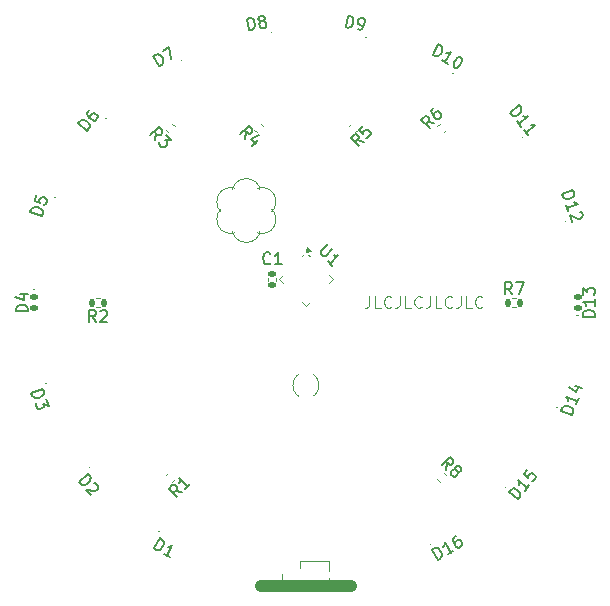
<source format=gto>
%TF.GenerationSoftware,KiCad,Pcbnew,8.0.8*%
%TF.CreationDate,2025-02-15T12:27:40-06:00*%
%TF.ProjectId,reverse,72657665-7273-4652-9e6b-696361645f70,rev?*%
%TF.SameCoordinates,Original*%
%TF.FileFunction,Legend,Top*%
%TF.FilePolarity,Positive*%
%FSLAX46Y46*%
G04 Gerber Fmt 4.6, Leading zero omitted, Abs format (unit mm)*
G04 Created by KiCad (PCBNEW 8.0.8) date 2025-02-15 12:27:40*
%MOMM*%
%LPD*%
G01*
G04 APERTURE LIST*
G04 Aperture macros list*
%AMRoundRect*
0 Rectangle with rounded corners*
0 $1 Rounding radius*
0 $2 $3 $4 $5 $6 $7 $8 $9 X,Y pos of 4 corners*
0 Add a 4 corners polygon primitive as box body*
4,1,4,$2,$3,$4,$5,$6,$7,$8,$9,$2,$3,0*
0 Add four circle primitives for the rounded corners*
1,1,$1+$1,$2,$3*
1,1,$1+$1,$4,$5*
1,1,$1+$1,$6,$7*
1,1,$1+$1,$8,$9*
0 Add four rect primitives between the rounded corners*
20,1,$1+$1,$2,$3,$4,$5,0*
20,1,$1+$1,$4,$5,$6,$7,0*
20,1,$1+$1,$6,$7,$8,$9,0*
20,1,$1+$1,$8,$9,$2,$3,0*%
%AMRotRect*
0 Rectangle, with rotation*
0 The origin of the aperture is its center*
0 $1 length*
0 $2 width*
0 $3 Rotation angle, in degrees counterclockwise*
0 Add horizontal line*
21,1,$1,$2,0,0,$3*%
G04 Aperture macros list end*
%ADD10C,0.100000*%
%ADD11C,0.150000*%
%ADD12C,1.000000*%
%ADD13C,0.120000*%
%ADD14C,2.000000*%
%ADD15RoundRect,0.135000X-0.226274X-0.035355X-0.035355X-0.226274X0.226274X0.035355X0.035355X0.226274X0*%
%ADD16RoundRect,0.135000X0.035355X-0.226274X0.226274X-0.035355X-0.035355X0.226274X-0.226274X0.035355X0*%
%ADD17RoundRect,0.147500X-0.226954X0.002111X-0.037331X-0.223872X0.226954X-0.002111X0.037331X0.223872X0*%
%ADD18R,1.000000X1.000000*%
%ADD19O,1.000000X1.000000*%
%ADD20RoundRect,0.135000X-0.135000X-0.185000X0.135000X-0.185000X0.135000X0.185000X-0.135000X0.185000X0*%
%ADD21RoundRect,0.147500X0.041489X0.223139X-0.213989X0.075639X-0.041489X-0.223139X0.213989X-0.075639X0*%
%ADD22RoundRect,0.147500X0.212545X-0.079606X0.111649X0.197603X-0.212545X0.079606X-0.111649X-0.197603X0*%
%ADD23RoundRect,0.147500X-0.037331X0.223872X-0.226954X-0.002111X0.037331X-0.223872X0.226954X0.002111X0*%
%ADD24RoundRect,0.147500X-0.213989X-0.075639X0.041489X-0.223139X0.213989X0.075639X-0.041489X0.223139X0*%
%ADD25RoundRect,0.050000X-0.300520X0.229810X0.229810X-0.300520X0.300520X-0.229810X-0.229810X0.300520X0*%
%ADD26RoundRect,0.050000X-0.300520X-0.229810X-0.229810X-0.300520X0.300520X0.229810X0.229810X0.300520X0*%
%ADD27RotRect,1.650000X1.650000X315.000000*%
%ADD28RoundRect,0.135000X0.135000X0.185000X-0.135000X0.185000X-0.135000X-0.185000X0.135000X-0.185000X0*%
%ADD29RoundRect,0.147500X-0.172500X0.147500X-0.172500X-0.147500X0.172500X-0.147500X0.172500X0.147500X0*%
%ADD30RoundRect,0.147500X0.115305X0.195492X-0.175213X0.144266X-0.115305X-0.195492X0.175213X-0.144266X0*%
%ADD31RoundRect,0.140000X0.170000X-0.140000X0.170000X0.140000X-0.170000X0.140000X-0.170000X-0.140000X0*%
%ADD32RoundRect,0.147500X0.037331X-0.223872X0.226954X0.002111X-0.037331X0.223872X-0.226954X-0.002111X0*%
%ADD33C,1.600000*%
%ADD34RoundRect,0.147500X-0.212545X0.079606X-0.111649X-0.197603X0.212545X-0.079606X0.111649X0.197603X0*%
%ADD35RoundRect,0.135000X0.226274X0.035355X0.035355X0.226274X-0.226274X-0.035355X-0.035355X-0.226274X0*%
%ADD36RoundRect,0.147500X-0.041489X-0.223139X0.213989X-0.075639X0.041489X0.223139X-0.213989X0.075639X0*%
%ADD37RoundRect,0.147500X0.213989X0.075639X-0.041489X0.223139X-0.213989X-0.075639X0.041489X-0.223139X0*%
%ADD38RoundRect,0.147500X0.172500X-0.147500X0.172500X0.147500X-0.172500X0.147500X-0.172500X-0.147500X0*%
%ADD39RoundRect,0.135000X-0.035355X0.226274X-0.226274X0.035355X0.035355X-0.226274X0.226274X-0.035355X0*%
%ADD40C,10.000000*%
%ADD41RoundRect,0.147500X-0.111649X0.197603X-0.212545X-0.079606X0.111649X-0.197603X0.212545X0.079606X0*%
%ADD42O,1.200000X4.200000*%
%ADD43C,4.000000*%
%ADD44RoundRect,0.147500X0.175213X0.144266X-0.115305X0.195492X-0.175213X-0.144266X0.115305X-0.195492X0*%
%ADD45RoundRect,0.147500X0.111649X-0.197603X0.212545X0.079606X-0.111649X0.197603X-0.212545X-0.079606X0*%
%ADD46RoundRect,0.147500X0.226954X-0.002111X0.037331X0.223872X-0.226954X0.002111X-0.037331X-0.223872X0*%
G04 APERTURE END LIST*
D10*
X55380951Y-99457419D02*
X55380951Y-100171704D01*
X55380951Y-100171704D02*
X55333332Y-100314561D01*
X55333332Y-100314561D02*
X55238094Y-100409800D01*
X55238094Y-100409800D02*
X55095237Y-100457419D01*
X55095237Y-100457419D02*
X54999999Y-100457419D01*
X56333332Y-100457419D02*
X55857142Y-100457419D01*
X55857142Y-100457419D02*
X55857142Y-99457419D01*
X57238094Y-100362180D02*
X57190475Y-100409800D01*
X57190475Y-100409800D02*
X57047618Y-100457419D01*
X57047618Y-100457419D02*
X56952380Y-100457419D01*
X56952380Y-100457419D02*
X56809523Y-100409800D01*
X56809523Y-100409800D02*
X56714285Y-100314561D01*
X56714285Y-100314561D02*
X56666666Y-100219323D01*
X56666666Y-100219323D02*
X56619047Y-100028847D01*
X56619047Y-100028847D02*
X56619047Y-99885990D01*
X56619047Y-99885990D02*
X56666666Y-99695514D01*
X56666666Y-99695514D02*
X56714285Y-99600276D01*
X56714285Y-99600276D02*
X56809523Y-99505038D01*
X56809523Y-99505038D02*
X56952380Y-99457419D01*
X56952380Y-99457419D02*
X57047618Y-99457419D01*
X57047618Y-99457419D02*
X57190475Y-99505038D01*
X57190475Y-99505038D02*
X57238094Y-99552657D01*
X57952380Y-99457419D02*
X57952380Y-100171704D01*
X57952380Y-100171704D02*
X57904761Y-100314561D01*
X57904761Y-100314561D02*
X57809523Y-100409800D01*
X57809523Y-100409800D02*
X57666666Y-100457419D01*
X57666666Y-100457419D02*
X57571428Y-100457419D01*
X58904761Y-100457419D02*
X58428571Y-100457419D01*
X58428571Y-100457419D02*
X58428571Y-99457419D01*
X59809523Y-100362180D02*
X59761904Y-100409800D01*
X59761904Y-100409800D02*
X59619047Y-100457419D01*
X59619047Y-100457419D02*
X59523809Y-100457419D01*
X59523809Y-100457419D02*
X59380952Y-100409800D01*
X59380952Y-100409800D02*
X59285714Y-100314561D01*
X59285714Y-100314561D02*
X59238095Y-100219323D01*
X59238095Y-100219323D02*
X59190476Y-100028847D01*
X59190476Y-100028847D02*
X59190476Y-99885990D01*
X59190476Y-99885990D02*
X59238095Y-99695514D01*
X59238095Y-99695514D02*
X59285714Y-99600276D01*
X59285714Y-99600276D02*
X59380952Y-99505038D01*
X59380952Y-99505038D02*
X59523809Y-99457419D01*
X59523809Y-99457419D02*
X59619047Y-99457419D01*
X59619047Y-99457419D02*
X59761904Y-99505038D01*
X59761904Y-99505038D02*
X59809523Y-99552657D01*
X60523809Y-99457419D02*
X60523809Y-100171704D01*
X60523809Y-100171704D02*
X60476190Y-100314561D01*
X60476190Y-100314561D02*
X60380952Y-100409800D01*
X60380952Y-100409800D02*
X60238095Y-100457419D01*
X60238095Y-100457419D02*
X60142857Y-100457419D01*
X61476190Y-100457419D02*
X61000000Y-100457419D01*
X61000000Y-100457419D02*
X61000000Y-99457419D01*
X62380952Y-100362180D02*
X62333333Y-100409800D01*
X62333333Y-100409800D02*
X62190476Y-100457419D01*
X62190476Y-100457419D02*
X62095238Y-100457419D01*
X62095238Y-100457419D02*
X61952381Y-100409800D01*
X61952381Y-100409800D02*
X61857143Y-100314561D01*
X61857143Y-100314561D02*
X61809524Y-100219323D01*
X61809524Y-100219323D02*
X61761905Y-100028847D01*
X61761905Y-100028847D02*
X61761905Y-99885990D01*
X61761905Y-99885990D02*
X61809524Y-99695514D01*
X61809524Y-99695514D02*
X61857143Y-99600276D01*
X61857143Y-99600276D02*
X61952381Y-99505038D01*
X61952381Y-99505038D02*
X62095238Y-99457419D01*
X62095238Y-99457419D02*
X62190476Y-99457419D01*
X62190476Y-99457419D02*
X62333333Y-99505038D01*
X62333333Y-99505038D02*
X62380952Y-99552657D01*
X63095238Y-99457419D02*
X63095238Y-100171704D01*
X63095238Y-100171704D02*
X63047619Y-100314561D01*
X63047619Y-100314561D02*
X62952381Y-100409800D01*
X62952381Y-100409800D02*
X62809524Y-100457419D01*
X62809524Y-100457419D02*
X62714286Y-100457419D01*
X64047619Y-100457419D02*
X63571429Y-100457419D01*
X63571429Y-100457419D02*
X63571429Y-99457419D01*
X64952381Y-100362180D02*
X64904762Y-100409800D01*
X64904762Y-100409800D02*
X64761905Y-100457419D01*
X64761905Y-100457419D02*
X64666667Y-100457419D01*
X64666667Y-100457419D02*
X64523810Y-100409800D01*
X64523810Y-100409800D02*
X64428572Y-100314561D01*
X64428572Y-100314561D02*
X64380953Y-100219323D01*
X64380953Y-100219323D02*
X64333334Y-100028847D01*
X64333334Y-100028847D02*
X64333334Y-99885990D01*
X64333334Y-99885990D02*
X64380953Y-99695514D01*
X64380953Y-99695514D02*
X64428572Y-99600276D01*
X64428572Y-99600276D02*
X64523810Y-99505038D01*
X64523810Y-99505038D02*
X64666667Y-99457419D01*
X64666667Y-99457419D02*
X64761905Y-99457419D01*
X64761905Y-99457419D02*
X64904762Y-99505038D01*
X64904762Y-99505038D02*
X64952381Y-99552657D01*
D11*
X61887858Y-114160554D02*
X61988873Y-113588135D01*
X61483797Y-113756493D02*
X62190904Y-113049387D01*
X62190904Y-113049387D02*
X62460278Y-113318761D01*
X62460278Y-113318761D02*
X62493950Y-113419776D01*
X62493950Y-113419776D02*
X62493950Y-113487119D01*
X62493950Y-113487119D02*
X62460278Y-113588135D01*
X62460278Y-113588135D02*
X62359263Y-113689150D01*
X62359263Y-113689150D02*
X62258247Y-113722822D01*
X62258247Y-113722822D02*
X62190904Y-113722822D01*
X62190904Y-113722822D02*
X62089889Y-113689150D01*
X62089889Y-113689150D02*
X61820515Y-113419776D01*
X62695980Y-114160554D02*
X62662308Y-114059539D01*
X62662308Y-114059539D02*
X62662308Y-113992196D01*
X62662308Y-113992196D02*
X62695980Y-113891180D01*
X62695980Y-113891180D02*
X62729652Y-113857509D01*
X62729652Y-113857509D02*
X62830667Y-113823837D01*
X62830667Y-113823837D02*
X62898011Y-113823837D01*
X62898011Y-113823837D02*
X62999026Y-113857509D01*
X62999026Y-113857509D02*
X63133713Y-113992196D01*
X63133713Y-113992196D02*
X63167385Y-114093211D01*
X63167385Y-114093211D02*
X63167385Y-114160554D01*
X63167385Y-114160554D02*
X63133713Y-114261570D01*
X63133713Y-114261570D02*
X63100041Y-114295241D01*
X63100041Y-114295241D02*
X62999026Y-114328913D01*
X62999026Y-114328913D02*
X62931682Y-114328913D01*
X62931682Y-114328913D02*
X62830667Y-114295241D01*
X62830667Y-114295241D02*
X62695980Y-114160554D01*
X62695980Y-114160554D02*
X62594965Y-114126883D01*
X62594965Y-114126883D02*
X62527621Y-114126883D01*
X62527621Y-114126883D02*
X62426606Y-114160554D01*
X62426606Y-114160554D02*
X62291919Y-114295241D01*
X62291919Y-114295241D02*
X62258247Y-114396257D01*
X62258247Y-114396257D02*
X62258247Y-114463600D01*
X62258247Y-114463600D02*
X62291919Y-114564615D01*
X62291919Y-114564615D02*
X62426606Y-114699302D01*
X62426606Y-114699302D02*
X62527621Y-114732974D01*
X62527621Y-114732974D02*
X62594965Y-114732974D01*
X62594965Y-114732974D02*
X62695980Y-114699302D01*
X62695980Y-114699302D02*
X62830667Y-114564615D01*
X62830667Y-114564615D02*
X62864339Y-114463600D01*
X62864339Y-114463600D02*
X62864339Y-114396257D01*
X62864339Y-114396257D02*
X62830667Y-114295241D01*
X60876439Y-84828025D02*
X60304020Y-84727010D01*
X60472378Y-85232086D02*
X59765272Y-84524979D01*
X59765272Y-84524979D02*
X60034646Y-84255605D01*
X60034646Y-84255605D02*
X60135661Y-84221933D01*
X60135661Y-84221933D02*
X60203004Y-84221933D01*
X60203004Y-84221933D02*
X60304020Y-84255605D01*
X60304020Y-84255605D02*
X60405035Y-84356620D01*
X60405035Y-84356620D02*
X60438707Y-84457636D01*
X60438707Y-84457636D02*
X60438707Y-84524979D01*
X60438707Y-84524979D02*
X60405035Y-84625994D01*
X60405035Y-84625994D02*
X60135661Y-84895368D01*
X60775424Y-83514827D02*
X60640737Y-83649514D01*
X60640737Y-83649514D02*
X60607065Y-83750529D01*
X60607065Y-83750529D02*
X60607065Y-83817872D01*
X60607065Y-83817872D02*
X60640737Y-83986231D01*
X60640737Y-83986231D02*
X60741752Y-84154590D01*
X60741752Y-84154590D02*
X61011126Y-84423964D01*
X61011126Y-84423964D02*
X61112142Y-84457636D01*
X61112142Y-84457636D02*
X61179485Y-84457636D01*
X61179485Y-84457636D02*
X61280500Y-84423964D01*
X61280500Y-84423964D02*
X61415187Y-84289277D01*
X61415187Y-84289277D02*
X61448859Y-84188262D01*
X61448859Y-84188262D02*
X61448859Y-84120918D01*
X61448859Y-84120918D02*
X61415187Y-84019903D01*
X61415187Y-84019903D02*
X61246829Y-83851544D01*
X61246829Y-83851544D02*
X61145813Y-83817872D01*
X61145813Y-83817872D02*
X61078470Y-83817872D01*
X61078470Y-83817872D02*
X60977455Y-83851544D01*
X60977455Y-83851544D02*
X60842768Y-83986231D01*
X60842768Y-83986231D02*
X60809096Y-84087246D01*
X60809096Y-84087246D02*
X60809096Y-84154590D01*
X60809096Y-84154590D02*
X60842768Y-84255605D01*
X30792083Y-115153841D02*
X31558127Y-114511054D01*
X31558127Y-114511054D02*
X31711172Y-114693445D01*
X31711172Y-114693445D02*
X31766520Y-114833489D01*
X31766520Y-114833489D02*
X31754782Y-114967663D01*
X31754782Y-114967663D02*
X31712434Y-115065360D01*
X31712434Y-115065360D02*
X31597130Y-115224274D01*
X31597130Y-115224274D02*
X31487695Y-115316100D01*
X31487695Y-115316100D02*
X31311173Y-115402058D01*
X31311173Y-115402058D02*
X31207607Y-115426797D01*
X31207607Y-115426797D02*
X31073433Y-115415059D01*
X31073433Y-115415059D02*
X30945127Y-115336233D01*
X30945127Y-115336233D02*
X30792083Y-115153841D01*
X32097349Y-115301838D02*
X32164436Y-115307707D01*
X32164436Y-115307707D02*
X32262133Y-115350055D01*
X32262133Y-115350055D02*
X32415177Y-115532446D01*
X32415177Y-115532446D02*
X32439917Y-115636012D01*
X32439917Y-115636012D02*
X32434048Y-115703099D01*
X32434048Y-115703099D02*
X32391700Y-115800795D01*
X32391700Y-115800795D02*
X32318743Y-115862013D01*
X32318743Y-115862013D02*
X32178699Y-115917361D01*
X32178699Y-115917361D02*
X31373652Y-115846929D01*
X31373652Y-115846929D02*
X31771569Y-116321147D01*
X67452356Y-99284819D02*
X67119023Y-98808628D01*
X66880928Y-99284819D02*
X66880928Y-98284819D01*
X66880928Y-98284819D02*
X67261880Y-98284819D01*
X67261880Y-98284819D02*
X67357118Y-98332438D01*
X67357118Y-98332438D02*
X67404737Y-98380057D01*
X67404737Y-98380057D02*
X67452356Y-98475295D01*
X67452356Y-98475295D02*
X67452356Y-98618152D01*
X67452356Y-98618152D02*
X67404737Y-98713390D01*
X67404737Y-98713390D02*
X67357118Y-98761009D01*
X67357118Y-98761009D02*
X67261880Y-98808628D01*
X67261880Y-98808628D02*
X66880928Y-98808628D01*
X67785690Y-98284819D02*
X68452356Y-98284819D01*
X68452356Y-98284819D02*
X68023785Y-99284819D01*
X37588199Y-79978322D02*
X37088199Y-79112296D01*
X37088199Y-79112296D02*
X37294396Y-78993249D01*
X37294396Y-78993249D02*
X37441923Y-78963059D01*
X37441923Y-78963059D02*
X37572021Y-78997919D01*
X37572021Y-78997919D02*
X37660879Y-79056588D01*
X37660879Y-79056588D02*
X37797357Y-79197736D01*
X37797357Y-79197736D02*
X37868785Y-79321454D01*
X37868785Y-79321454D02*
X37922784Y-79510220D01*
X37922784Y-79510220D02*
X37929164Y-79616509D01*
X37929164Y-79616509D02*
X37894304Y-79746606D01*
X37894304Y-79746606D02*
X37794396Y-79859274D01*
X37794396Y-79859274D02*
X37588199Y-79978322D01*
X37871746Y-78659915D02*
X38449096Y-78326582D01*
X38449096Y-78326582D02*
X38577943Y-79406893D01*
X71709922Y-90806017D02*
X72649615Y-90463997D01*
X72649615Y-90463997D02*
X72731048Y-90687734D01*
X72731048Y-90687734D02*
X72735161Y-90838262D01*
X72735161Y-90838262D02*
X72678240Y-90960330D01*
X72678240Y-90960330D02*
X72605032Y-91037651D01*
X72605032Y-91037651D02*
X72442330Y-91147545D01*
X72442330Y-91147545D02*
X72308088Y-91196405D01*
X72308088Y-91196405D02*
X72112812Y-91216804D01*
X72112812Y-91216804D02*
X72007031Y-91204630D01*
X72007031Y-91204630D02*
X71884963Y-91147709D01*
X71884963Y-91147709D02*
X71791356Y-91029754D01*
X71791356Y-91029754D02*
X71709922Y-90806017D01*
X72231096Y-92237930D02*
X72035656Y-91700963D01*
X72133376Y-91969446D02*
X73073068Y-91627426D01*
X73073068Y-91627426D02*
X72906253Y-91586792D01*
X72906253Y-91586792D02*
X72784185Y-91529871D01*
X72784185Y-91529871D02*
X72706865Y-91456663D01*
X73211587Y-92286461D02*
X73272621Y-92314922D01*
X73272621Y-92314922D02*
X73349942Y-92388130D01*
X73349942Y-92388130D02*
X73431375Y-92611866D01*
X73431375Y-92611866D02*
X73419201Y-92717647D01*
X73419201Y-92717647D02*
X73390741Y-92778681D01*
X73390741Y-92778681D02*
X73317533Y-92856002D01*
X73317533Y-92856002D02*
X73228038Y-92888575D01*
X73228038Y-92888575D02*
X73077510Y-92892688D01*
X73077510Y-92892688D02*
X72345102Y-92551161D01*
X72345102Y-92551161D02*
X72556829Y-93132875D01*
X31488906Y-85430861D02*
X30722861Y-84788073D01*
X30722861Y-84788073D02*
X30875906Y-84605682D01*
X30875906Y-84605682D02*
X31004211Y-84526856D01*
X31004211Y-84526856D02*
X31138386Y-84515117D01*
X31138386Y-84515117D02*
X31241951Y-84539857D01*
X31241951Y-84539857D02*
X31418473Y-84625814D01*
X31418473Y-84625814D02*
X31527908Y-84717641D01*
X31527908Y-84717641D02*
X31643213Y-84876555D01*
X31643213Y-84876555D02*
X31685560Y-84974251D01*
X31685560Y-84974251D02*
X31697299Y-85108426D01*
X31697299Y-85108426D02*
X31641951Y-85248469D01*
X31641951Y-85248469D02*
X31488906Y-85430861D01*
X31641130Y-83693724D02*
X31518694Y-83839637D01*
X31518694Y-83839637D02*
X31493954Y-83943203D01*
X31493954Y-83943203D02*
X31499824Y-84010290D01*
X31499824Y-84010290D02*
X31548041Y-84175074D01*
X31548041Y-84175074D02*
X31663345Y-84333988D01*
X31663345Y-84333988D02*
X31955171Y-84578859D01*
X31955171Y-84578859D02*
X32058737Y-84603599D01*
X32058737Y-84603599D02*
X32125824Y-84597729D01*
X32125824Y-84597729D02*
X32223520Y-84555382D01*
X32223520Y-84555382D02*
X32345956Y-84409468D01*
X32345956Y-84409468D02*
X32370696Y-84305903D01*
X32370696Y-84305903D02*
X32364826Y-84238816D01*
X32364826Y-84238816D02*
X32322479Y-84141119D01*
X32322479Y-84141119D02*
X32140087Y-83988075D01*
X32140087Y-83988075D02*
X32036522Y-83963335D01*
X32036522Y-83963335D02*
X31969434Y-83969205D01*
X31969434Y-83969205D02*
X31871738Y-84011552D01*
X31871738Y-84011552D02*
X31749302Y-84157465D01*
X31749302Y-84157465D02*
X31724563Y-84261031D01*
X31724563Y-84261031D02*
X31730432Y-84328118D01*
X31730432Y-84328118D02*
X31772780Y-84425814D01*
X37133381Y-120809446D02*
X37633381Y-119943421D01*
X37633381Y-119943421D02*
X37839578Y-120062468D01*
X37839578Y-120062468D02*
X37939486Y-120175136D01*
X37939486Y-120175136D02*
X37974346Y-120305234D01*
X37974346Y-120305234D02*
X37967966Y-120411522D01*
X37967966Y-120411522D02*
X37913967Y-120600289D01*
X37913967Y-120600289D02*
X37842539Y-120724007D01*
X37842539Y-120724007D02*
X37706061Y-120865154D01*
X37706061Y-120865154D02*
X37617203Y-120923823D01*
X37617203Y-120923823D02*
X37487105Y-120958683D01*
X37487105Y-120958683D02*
X37339578Y-120928494D01*
X37339578Y-120928494D02*
X37133381Y-120809446D01*
X38453039Y-121571351D02*
X37958167Y-121285636D01*
X38205603Y-121428494D02*
X38705603Y-120562468D01*
X38705603Y-120562468D02*
X38551696Y-120638567D01*
X38551696Y-120638567D02*
X38421598Y-120673427D01*
X38421598Y-120673427D02*
X38315310Y-120667047D01*
X51847865Y-95074638D02*
X51275445Y-95647058D01*
X51275445Y-95647058D02*
X51241773Y-95748073D01*
X51241773Y-95748073D02*
X51241773Y-95815417D01*
X51241773Y-95815417D02*
X51275445Y-95916432D01*
X51275445Y-95916432D02*
X51410132Y-96051119D01*
X51410132Y-96051119D02*
X51511147Y-96084791D01*
X51511147Y-96084791D02*
X51578491Y-96084791D01*
X51578491Y-96084791D02*
X51679506Y-96051119D01*
X51679506Y-96051119D02*
X52251926Y-95478699D01*
X52251926Y-96892913D02*
X51847865Y-96488852D01*
X52049895Y-96690882D02*
X52757002Y-95983776D01*
X52757002Y-95983776D02*
X52588643Y-96017447D01*
X52588643Y-96017447D02*
X52453956Y-96017447D01*
X52453956Y-96017447D02*
X52352941Y-95983776D01*
X32214310Y-101624819D02*
X31880977Y-101148628D01*
X31642882Y-101624819D02*
X31642882Y-100624819D01*
X31642882Y-100624819D02*
X32023834Y-100624819D01*
X32023834Y-100624819D02*
X32119072Y-100672438D01*
X32119072Y-100672438D02*
X32166691Y-100720057D01*
X32166691Y-100720057D02*
X32214310Y-100815295D01*
X32214310Y-100815295D02*
X32214310Y-100958152D01*
X32214310Y-100958152D02*
X32166691Y-101053390D01*
X32166691Y-101053390D02*
X32119072Y-101101009D01*
X32119072Y-101101009D02*
X32023834Y-101148628D01*
X32023834Y-101148628D02*
X31642882Y-101148628D01*
X32595263Y-100720057D02*
X32642882Y-100672438D01*
X32642882Y-100672438D02*
X32738120Y-100624819D01*
X32738120Y-100624819D02*
X32976215Y-100624819D01*
X32976215Y-100624819D02*
X33071453Y-100672438D01*
X33071453Y-100672438D02*
X33119072Y-100720057D01*
X33119072Y-100720057D02*
X33166691Y-100815295D01*
X33166691Y-100815295D02*
X33166691Y-100910533D01*
X33166691Y-100910533D02*
X33119072Y-101053390D01*
X33119072Y-101053390D02*
X32547644Y-101624819D01*
X32547644Y-101624819D02*
X33166691Y-101624819D01*
X26454819Y-100738094D02*
X25454819Y-100738094D01*
X25454819Y-100738094D02*
X25454819Y-100499999D01*
X25454819Y-100499999D02*
X25502438Y-100357142D01*
X25502438Y-100357142D02*
X25597676Y-100261904D01*
X25597676Y-100261904D02*
X25692914Y-100214285D01*
X25692914Y-100214285D02*
X25883390Y-100166666D01*
X25883390Y-100166666D02*
X26026247Y-100166666D01*
X26026247Y-100166666D02*
X26216723Y-100214285D01*
X26216723Y-100214285D02*
X26311961Y-100261904D01*
X26311961Y-100261904D02*
X26407200Y-100357142D01*
X26407200Y-100357142D02*
X26454819Y-100499999D01*
X26454819Y-100499999D02*
X26454819Y-100738094D01*
X25788152Y-99309523D02*
X26454819Y-99309523D01*
X25407200Y-99547618D02*
X26121485Y-99785713D01*
X26121485Y-99785713D02*
X26121485Y-99166666D01*
X45184540Y-76940691D02*
X45010891Y-75955883D01*
X45010891Y-75955883D02*
X45245369Y-75914538D01*
X45245369Y-75914538D02*
X45394325Y-75936627D01*
X45394325Y-75936627D02*
X45504654Y-76013880D01*
X45504654Y-76013880D02*
X45568088Y-76099402D01*
X45568088Y-76099402D02*
X45648059Y-76278716D01*
X45648059Y-76278716D02*
X45672866Y-76419403D01*
X45672866Y-76419403D02*
X45659046Y-76615254D01*
X45659046Y-76615254D02*
X45628689Y-76717314D01*
X45628689Y-76717314D02*
X45551435Y-76827643D01*
X45551435Y-76827643D02*
X45419018Y-76899346D01*
X45419018Y-76899346D02*
X45184540Y-76940691D01*
X46210807Y-76179488D02*
X46108746Y-76149131D01*
X46108746Y-76149131D02*
X46053582Y-76110504D01*
X46053582Y-76110504D02*
X45990148Y-76024982D01*
X45990148Y-76024982D02*
X45981879Y-75978086D01*
X45981879Y-75978086D02*
X46012237Y-75876026D01*
X46012237Y-75876026D02*
X46050864Y-75820861D01*
X46050864Y-75820861D02*
X46136386Y-75757428D01*
X46136386Y-75757428D02*
X46323968Y-75724352D01*
X46323968Y-75724352D02*
X46426029Y-75754710D01*
X46426029Y-75754710D02*
X46481193Y-75793336D01*
X46481193Y-75793336D02*
X46544627Y-75878859D01*
X46544627Y-75878859D02*
X46552896Y-75925754D01*
X46552896Y-75925754D02*
X46522538Y-76027814D01*
X46522538Y-76027814D02*
X46483911Y-76082979D01*
X46483911Y-76082979D02*
X46398389Y-76146412D01*
X46398389Y-76146412D02*
X46210807Y-76179488D01*
X46210807Y-76179488D02*
X46125284Y-76242922D01*
X46125284Y-76242922D02*
X46086658Y-76298086D01*
X46086658Y-76298086D02*
X46056300Y-76400147D01*
X46056300Y-76400147D02*
X46089376Y-76587729D01*
X46089376Y-76587729D02*
X46152809Y-76673251D01*
X46152809Y-76673251D02*
X46207974Y-76711878D01*
X46207974Y-76711878D02*
X46310034Y-76742236D01*
X46310034Y-76742236D02*
X46497617Y-76709160D01*
X46497617Y-76709160D02*
X46583139Y-76645726D01*
X46583139Y-76645726D02*
X46621765Y-76590562D01*
X46621765Y-76590562D02*
X46652123Y-76488501D01*
X46652123Y-76488501D02*
X46619047Y-76300919D01*
X46619047Y-76300919D02*
X46555614Y-76215397D01*
X46555614Y-76215397D02*
X46500449Y-76176770D01*
X46500449Y-76176770D02*
X46398389Y-76146412D01*
X46983333Y-96659580D02*
X46935714Y-96707200D01*
X46935714Y-96707200D02*
X46792857Y-96754819D01*
X46792857Y-96754819D02*
X46697619Y-96754819D01*
X46697619Y-96754819D02*
X46554762Y-96707200D01*
X46554762Y-96707200D02*
X46459524Y-96611961D01*
X46459524Y-96611961D02*
X46411905Y-96516723D01*
X46411905Y-96516723D02*
X46364286Y-96326247D01*
X46364286Y-96326247D02*
X46364286Y-96183390D01*
X46364286Y-96183390D02*
X46411905Y-95992914D01*
X46411905Y-95992914D02*
X46459524Y-95897676D01*
X46459524Y-95897676D02*
X46554762Y-95802438D01*
X46554762Y-95802438D02*
X46697619Y-95754819D01*
X46697619Y-95754819D02*
X46792857Y-95754819D01*
X46792857Y-95754819D02*
X46935714Y-95802438D01*
X46935714Y-95802438D02*
X46983333Y-95850057D01*
X47935714Y-96754819D02*
X47364286Y-96754819D01*
X47650000Y-96754819D02*
X47650000Y-95754819D01*
X47650000Y-95754819D02*
X47554762Y-95897676D01*
X47554762Y-95897676D02*
X47459524Y-95992914D01*
X47459524Y-95992914D02*
X47364286Y-96040533D01*
X67952949Y-116649451D02*
X67186905Y-116006664D01*
X67186905Y-116006664D02*
X67339949Y-115824272D01*
X67339949Y-115824272D02*
X67468255Y-115745446D01*
X67468255Y-115745446D02*
X67602429Y-115733708D01*
X67602429Y-115733708D02*
X67705995Y-115758447D01*
X67705995Y-115758447D02*
X67882517Y-115844405D01*
X67882517Y-115844405D02*
X67991952Y-115936231D01*
X67991952Y-115936231D02*
X68107256Y-116095145D01*
X68107256Y-116095145D02*
X68149604Y-116192842D01*
X68149604Y-116192842D02*
X68161342Y-116327016D01*
X68161342Y-116327016D02*
X68105994Y-116467060D01*
X68105994Y-116467060D02*
X67952949Y-116649451D01*
X68932435Y-115482146D02*
X68565128Y-115919885D01*
X68748782Y-115701015D02*
X67982737Y-115058228D01*
X67982737Y-115058228D02*
X68030954Y-115223011D01*
X68030954Y-115223011D02*
X68042693Y-115357186D01*
X68042693Y-115357186D02*
X68017953Y-115460751D01*
X68747960Y-114146270D02*
X68441871Y-114511053D01*
X68441871Y-114511053D02*
X68776045Y-114853621D01*
X68776045Y-114853621D02*
X68770176Y-114786534D01*
X68770176Y-114786534D02*
X68794915Y-114682968D01*
X68794915Y-114682968D02*
X68947960Y-114500577D01*
X68947960Y-114500577D02*
X69045656Y-114458229D01*
X69045656Y-114458229D02*
X69112744Y-114452359D01*
X69112744Y-114452359D02*
X69216309Y-114477099D01*
X69216309Y-114477099D02*
X69398701Y-114630144D01*
X69398701Y-114630144D02*
X69441048Y-114727840D01*
X69441048Y-114727840D02*
X69446918Y-114794927D01*
X69446918Y-114794927D02*
X69422178Y-114898493D01*
X69422178Y-114898493D02*
X69269133Y-115080884D01*
X69269133Y-115080884D02*
X69171437Y-115123232D01*
X69171437Y-115123232D02*
X69104350Y-115129101D01*
X26767542Y-107670458D02*
X27707235Y-107328437D01*
X27707235Y-107328437D02*
X27788668Y-107552174D01*
X27788668Y-107552174D02*
X27792781Y-107702702D01*
X27792781Y-107702702D02*
X27735860Y-107824770D01*
X27735860Y-107824770D02*
X27662652Y-107902091D01*
X27662652Y-107902091D02*
X27499949Y-108011985D01*
X27499949Y-108011985D02*
X27365708Y-108060845D01*
X27365708Y-108060845D02*
X27170432Y-108081244D01*
X27170432Y-108081244D02*
X27064651Y-108069070D01*
X27064651Y-108069070D02*
X26942583Y-108012149D01*
X26942583Y-108012149D02*
X26848975Y-107894194D01*
X26848975Y-107894194D02*
X26767542Y-107670458D01*
X28016682Y-108178636D02*
X28228408Y-108760350D01*
X28228408Y-108760350D02*
X27756423Y-108577413D01*
X27756423Y-108577413D02*
X27805283Y-108711654D01*
X27805283Y-108711654D02*
X27793110Y-108817436D01*
X27793110Y-108817436D02*
X27764649Y-108878469D01*
X27764649Y-108878469D02*
X27691441Y-108955790D01*
X27691441Y-108955790D02*
X27467705Y-109037223D01*
X27467705Y-109037223D02*
X27361924Y-109025050D01*
X27361924Y-109025050D02*
X27300890Y-108996589D01*
X27300890Y-108996589D02*
X27223569Y-108923381D01*
X27223569Y-108923381D02*
X27125849Y-108654897D01*
X27125849Y-108654897D02*
X27138023Y-108549116D01*
X27138023Y-108549116D02*
X27166483Y-108488082D01*
X44859528Y-86126745D02*
X44960543Y-85554326D01*
X44455467Y-85722684D02*
X45162574Y-85015578D01*
X45162574Y-85015578D02*
X45431948Y-85284952D01*
X45431948Y-85284952D02*
X45465620Y-85385967D01*
X45465620Y-85385967D02*
X45465620Y-85453310D01*
X45465620Y-85453310D02*
X45431948Y-85554326D01*
X45431948Y-85554326D02*
X45330933Y-85655341D01*
X45330933Y-85655341D02*
X45229917Y-85689013D01*
X45229917Y-85689013D02*
X45162574Y-85689013D01*
X45162574Y-85689013D02*
X45061559Y-85655341D01*
X45061559Y-85655341D02*
X44792185Y-85385967D01*
X45937024Y-86261432D02*
X45465620Y-86732837D01*
X46038039Y-85823700D02*
X45364604Y-86160417D01*
X45364604Y-86160417D02*
X45802337Y-86598150D01*
X61175807Y-121785636D02*
X60675807Y-120919611D01*
X60675807Y-120919611D02*
X60882003Y-120800563D01*
X60882003Y-120800563D02*
X61029531Y-120770374D01*
X61029531Y-120770374D02*
X61159628Y-120805234D01*
X61159628Y-120805234D02*
X61248487Y-120863903D01*
X61248487Y-120863903D02*
X61384964Y-121005050D01*
X61384964Y-121005050D02*
X61456393Y-121128768D01*
X61456393Y-121128768D02*
X61510391Y-121317535D01*
X61510391Y-121317535D02*
X61516771Y-121423823D01*
X61516771Y-121423823D02*
X61481912Y-121553921D01*
X61481912Y-121553921D02*
X61382003Y-121666589D01*
X61382003Y-121666589D02*
X61175807Y-121785636D01*
X62495464Y-121023731D02*
X62000593Y-121309446D01*
X62248029Y-121166589D02*
X61748029Y-120300563D01*
X61748029Y-120300563D02*
X61736979Y-120471900D01*
X61736979Y-120471900D02*
X61702119Y-120601998D01*
X61702119Y-120601998D02*
X61643450Y-120690856D01*
X62737772Y-119729135D02*
X62572815Y-119824373D01*
X62572815Y-119824373D02*
X62514146Y-119913231D01*
X62514146Y-119913231D02*
X62496716Y-119978280D01*
X62496716Y-119978280D02*
X62485666Y-120149617D01*
X62485666Y-120149617D02*
X62539665Y-120338384D01*
X62539665Y-120338384D02*
X62730141Y-120668298D01*
X62730141Y-120668298D02*
X62818999Y-120726967D01*
X62818999Y-120726967D02*
X62884048Y-120744397D01*
X62884048Y-120744397D02*
X62990336Y-120738017D01*
X62990336Y-120738017D02*
X63155293Y-120642779D01*
X63155293Y-120642779D02*
X63213962Y-120553921D01*
X63213962Y-120553921D02*
X63231392Y-120488872D01*
X63231392Y-120488872D02*
X63225013Y-120382584D01*
X63225013Y-120382584D02*
X63105965Y-120176387D01*
X63105965Y-120176387D02*
X63017107Y-120117718D01*
X63017107Y-120117718D02*
X62952058Y-120100288D01*
X62952058Y-120100288D02*
X62845770Y-120106668D01*
X62845770Y-120106668D02*
X62680812Y-120201906D01*
X62680812Y-120201906D02*
X62622143Y-120290765D01*
X62622143Y-120290765D02*
X62604713Y-120355813D01*
X62604713Y-120355813D02*
X62611093Y-120462102D01*
X60720988Y-79002131D02*
X61220988Y-78136106D01*
X61220988Y-78136106D02*
X61427184Y-78255154D01*
X61427184Y-78255154D02*
X61527093Y-78367822D01*
X61527093Y-78367822D02*
X61561952Y-78497919D01*
X61561952Y-78497919D02*
X61555572Y-78604207D01*
X61555572Y-78604207D02*
X61501574Y-78792974D01*
X61501574Y-78792974D02*
X61430145Y-78916692D01*
X61430145Y-78916692D02*
X61293668Y-79057840D01*
X61293668Y-79057840D02*
X61204809Y-79116509D01*
X61204809Y-79116509D02*
X61074712Y-79151368D01*
X61074712Y-79151368D02*
X60927184Y-79121179D01*
X60927184Y-79121179D02*
X60720988Y-79002131D01*
X62040645Y-79764036D02*
X61545774Y-79478322D01*
X61793210Y-79621179D02*
X62293210Y-78755154D01*
X62293210Y-78755154D02*
X62139302Y-78831253D01*
X62139302Y-78831253D02*
X62009205Y-78866112D01*
X62009205Y-78866112D02*
X61902917Y-78859732D01*
X63076756Y-79207535D02*
X63159235Y-79255154D01*
X63159235Y-79255154D02*
X63217904Y-79344012D01*
X63217904Y-79344012D02*
X63235334Y-79409061D01*
X63235334Y-79409061D02*
X63228954Y-79515349D01*
X63228954Y-79515349D02*
X63174955Y-79704116D01*
X63174955Y-79704116D02*
X63055908Y-79910312D01*
X63055908Y-79910312D02*
X62919430Y-80051460D01*
X62919430Y-80051460D02*
X62830572Y-80110129D01*
X62830572Y-80110129D02*
X62765523Y-80127559D01*
X62765523Y-80127559D02*
X62659235Y-80121179D01*
X62659235Y-80121179D02*
X62576756Y-80073560D01*
X62576756Y-80073560D02*
X62518087Y-79984702D01*
X62518087Y-79984702D02*
X62500658Y-79919653D01*
X62500658Y-79919653D02*
X62507037Y-79813365D01*
X62507037Y-79813365D02*
X62561036Y-79624598D01*
X62561036Y-79624598D02*
X62680084Y-79418401D01*
X62680084Y-79418401D02*
X62816561Y-79277254D01*
X62816561Y-79277254D02*
X62905419Y-79218585D01*
X62905419Y-79218585D02*
X62970468Y-79201155D01*
X62970468Y-79201155D02*
X63076756Y-79207535D01*
X74454819Y-101214285D02*
X73454819Y-101214285D01*
X73454819Y-101214285D02*
X73454819Y-100976190D01*
X73454819Y-100976190D02*
X73502438Y-100833333D01*
X73502438Y-100833333D02*
X73597676Y-100738095D01*
X73597676Y-100738095D02*
X73692914Y-100690476D01*
X73692914Y-100690476D02*
X73883390Y-100642857D01*
X73883390Y-100642857D02*
X74026247Y-100642857D01*
X74026247Y-100642857D02*
X74216723Y-100690476D01*
X74216723Y-100690476D02*
X74311961Y-100738095D01*
X74311961Y-100738095D02*
X74407200Y-100833333D01*
X74407200Y-100833333D02*
X74454819Y-100976190D01*
X74454819Y-100976190D02*
X74454819Y-101214285D01*
X74454819Y-99690476D02*
X74454819Y-100261904D01*
X74454819Y-99976190D02*
X73454819Y-99976190D01*
X73454819Y-99976190D02*
X73597676Y-100071428D01*
X73597676Y-100071428D02*
X73692914Y-100166666D01*
X73692914Y-100166666D02*
X73740533Y-100261904D01*
X73454819Y-99357142D02*
X73454819Y-98738095D01*
X73454819Y-98738095D02*
X73835771Y-99071428D01*
X73835771Y-99071428D02*
X73835771Y-98928571D01*
X73835771Y-98928571D02*
X73883390Y-98833333D01*
X73883390Y-98833333D02*
X73931009Y-98785714D01*
X73931009Y-98785714D02*
X74026247Y-98738095D01*
X74026247Y-98738095D02*
X74264342Y-98738095D01*
X74264342Y-98738095D02*
X74359580Y-98785714D01*
X74359580Y-98785714D02*
X74407200Y-98833333D01*
X74407200Y-98833333D02*
X74454819Y-98928571D01*
X74454819Y-98928571D02*
X74454819Y-99214285D01*
X74454819Y-99214285D02*
X74407200Y-99309523D01*
X74407200Y-99309523D02*
X74359580Y-99357142D01*
X39531069Y-116050886D02*
X38958650Y-115949871D01*
X39127008Y-116454947D02*
X38419902Y-115747840D01*
X38419902Y-115747840D02*
X38689276Y-115478466D01*
X38689276Y-115478466D02*
X38790291Y-115444794D01*
X38790291Y-115444794D02*
X38857634Y-115444794D01*
X38857634Y-115444794D02*
X38958650Y-115478466D01*
X38958650Y-115478466D02*
X39059665Y-115579481D01*
X39059665Y-115579481D02*
X39093337Y-115680497D01*
X39093337Y-115680497D02*
X39093337Y-115747840D01*
X39093337Y-115747840D02*
X39059665Y-115848855D01*
X39059665Y-115848855D02*
X38790291Y-116118229D01*
X40204504Y-115377451D02*
X39800443Y-115781512D01*
X40002474Y-115579481D02*
X39295367Y-114872375D01*
X39295367Y-114872375D02*
X39329039Y-115040733D01*
X39329039Y-115040733D02*
X39329039Y-115175420D01*
X39329039Y-115175420D02*
X39295367Y-115276436D01*
D12*
X46190476Y-123964666D02*
X53809524Y-123964666D01*
D11*
X27622322Y-92640655D02*
X26682630Y-92298635D01*
X26682630Y-92298635D02*
X26764063Y-92074898D01*
X26764063Y-92074898D02*
X26857670Y-91956943D01*
X26857670Y-91956943D02*
X26979738Y-91900022D01*
X26979738Y-91900022D02*
X27085519Y-91887848D01*
X27085519Y-91887848D02*
X27280795Y-91908248D01*
X27280795Y-91908248D02*
X27415037Y-91957108D01*
X27415037Y-91957108D02*
X27577739Y-92067002D01*
X27577739Y-92067002D02*
X27650947Y-92144322D01*
X27650947Y-92144322D02*
X27707868Y-92266390D01*
X27707868Y-92266390D02*
X27703756Y-92416919D01*
X27703756Y-92416919D02*
X27622322Y-92640655D01*
X27187517Y-90911470D02*
X27024650Y-91358942D01*
X27024650Y-91358942D02*
X27455836Y-91566556D01*
X27455836Y-91566556D02*
X27427375Y-91505522D01*
X27427375Y-91505522D02*
X27415201Y-91399741D01*
X27415201Y-91399741D02*
X27496635Y-91176005D01*
X27496635Y-91176005D02*
X27573955Y-91102797D01*
X27573955Y-91102797D02*
X27634989Y-91074336D01*
X27634989Y-91074336D02*
X27740770Y-91062162D01*
X27740770Y-91062162D02*
X27964507Y-91143596D01*
X27964507Y-91143596D02*
X28037715Y-91220916D01*
X28037715Y-91220916D02*
X28066175Y-91281950D01*
X28066175Y-91281950D02*
X28078349Y-91387731D01*
X28078349Y-91387731D02*
X27996916Y-91611468D01*
X27996916Y-91611468D02*
X27919595Y-91684676D01*
X27919595Y-91684676D02*
X27858561Y-91713136D01*
X54904769Y-86362447D02*
X54332350Y-86261432D01*
X54500708Y-86766508D02*
X53793602Y-86059401D01*
X53793602Y-86059401D02*
X54062976Y-85790027D01*
X54062976Y-85790027D02*
X54163991Y-85756355D01*
X54163991Y-85756355D02*
X54231334Y-85756355D01*
X54231334Y-85756355D02*
X54332350Y-85790027D01*
X54332350Y-85790027D02*
X54433365Y-85891042D01*
X54433365Y-85891042D02*
X54467037Y-85992058D01*
X54467037Y-85992058D02*
X54467037Y-86059401D01*
X54467037Y-86059401D02*
X54433365Y-86160416D01*
X54433365Y-86160416D02*
X54163991Y-86429790D01*
X54837426Y-85015577D02*
X54500708Y-85352294D01*
X54500708Y-85352294D02*
X54803754Y-85722684D01*
X54803754Y-85722684D02*
X54803754Y-85655340D01*
X54803754Y-85655340D02*
X54837426Y-85554325D01*
X54837426Y-85554325D02*
X55005785Y-85385966D01*
X55005785Y-85385966D02*
X55106800Y-85352294D01*
X55106800Y-85352294D02*
X55174143Y-85352294D01*
X55174143Y-85352294D02*
X55275159Y-85385966D01*
X55275159Y-85385966D02*
X55443517Y-85554325D01*
X55443517Y-85554325D02*
X55477189Y-85655340D01*
X55477189Y-85655340D02*
X55477189Y-85722684D01*
X55477189Y-85722684D02*
X55443517Y-85823699D01*
X55443517Y-85823699D02*
X55275159Y-85992058D01*
X55275159Y-85992058D02*
X55174143Y-86025729D01*
X55174143Y-86025729D02*
X55106800Y-86025729D01*
X53361696Y-76684353D02*
X53535344Y-75699545D01*
X53535344Y-75699545D02*
X53769822Y-75740890D01*
X53769822Y-75740890D02*
X53902240Y-75812593D01*
X53902240Y-75812593D02*
X53979493Y-75922922D01*
X53979493Y-75922922D02*
X54009851Y-76024982D01*
X54009851Y-76024982D02*
X54023670Y-76220833D01*
X54023670Y-76220833D02*
X53998863Y-76361520D01*
X53998863Y-76361520D02*
X53918892Y-76540834D01*
X53918892Y-76540834D02*
X53855459Y-76626356D01*
X53855459Y-76626356D02*
X53745129Y-76703609D01*
X53745129Y-76703609D02*
X53596174Y-76725698D01*
X53596174Y-76725698D02*
X53361696Y-76684353D01*
X54393399Y-76866270D02*
X54580981Y-76899346D01*
X54580981Y-76899346D02*
X54683042Y-76868988D01*
X54683042Y-76868988D02*
X54738206Y-76830362D01*
X54738206Y-76830362D02*
X54856804Y-76706213D01*
X54856804Y-76706213D02*
X54936776Y-76526899D01*
X54936776Y-76526899D02*
X55002927Y-76151734D01*
X55002927Y-76151734D02*
X54972570Y-76049674D01*
X54972570Y-76049674D02*
X54933943Y-75994510D01*
X54933943Y-75994510D02*
X54848421Y-75931076D01*
X54848421Y-75931076D02*
X54660838Y-75898000D01*
X54660838Y-75898000D02*
X54558778Y-75928358D01*
X54558778Y-75928358D02*
X54503614Y-75966985D01*
X54503614Y-75966985D02*
X54440180Y-76052507D01*
X54440180Y-76052507D02*
X54398835Y-76286985D01*
X54398835Y-76286985D02*
X54429193Y-76389045D01*
X54429193Y-76389045D02*
X54467820Y-76444210D01*
X54467820Y-76444210D02*
X54553342Y-76507643D01*
X54553342Y-76507643D02*
X54740924Y-76540719D01*
X54740924Y-76540719D02*
X54842984Y-76510361D01*
X54842984Y-76510361D02*
X54898149Y-76471735D01*
X54898149Y-76471735D02*
X54961583Y-76386212D01*
X72564702Y-109505095D02*
X71625010Y-109163075D01*
X71625010Y-109163075D02*
X71706443Y-108939339D01*
X71706443Y-108939339D02*
X71800050Y-108821384D01*
X71800050Y-108821384D02*
X71922118Y-108764462D01*
X71922118Y-108764462D02*
X72027900Y-108752288D01*
X72027900Y-108752288D02*
X72223175Y-108772688D01*
X72223175Y-108772688D02*
X72357417Y-108821548D01*
X72357417Y-108821548D02*
X72520119Y-108931442D01*
X72520119Y-108931442D02*
X72593327Y-109008762D01*
X72593327Y-109008762D02*
X72650249Y-109130830D01*
X72650249Y-109130830D02*
X72646136Y-109281359D01*
X72646136Y-109281359D02*
X72564702Y-109505095D01*
X73085876Y-108073183D02*
X72890436Y-108610150D01*
X72988156Y-108341666D02*
X72048463Y-107999646D01*
X72048463Y-107999646D02*
X72150132Y-108138001D01*
X72150132Y-108138001D02*
X72207053Y-108260068D01*
X72207053Y-108260068D02*
X72219227Y-108365850D01*
X72752574Y-107039718D02*
X73379036Y-107267732D01*
X72313163Y-107133161D02*
X72902938Y-107601198D01*
X72902938Y-107601198D02*
X73114665Y-107019483D01*
X67256126Y-83935251D02*
X68022170Y-83292463D01*
X68022170Y-83292463D02*
X68175215Y-83474855D01*
X68175215Y-83474855D02*
X68230564Y-83614898D01*
X68230564Y-83614898D02*
X68218825Y-83749073D01*
X68218825Y-83749073D02*
X68176477Y-83846769D01*
X68176477Y-83846769D02*
X68061173Y-84005683D01*
X68061173Y-84005683D02*
X67951738Y-84097510D01*
X67951738Y-84097510D02*
X67775216Y-84183467D01*
X67775216Y-84183467D02*
X67671650Y-84208207D01*
X67671650Y-84208207D02*
X67537476Y-84196468D01*
X67537476Y-84196468D02*
X67409171Y-84117642D01*
X67409171Y-84117642D02*
X67256126Y-83935251D01*
X68235612Y-85102557D02*
X67868305Y-84664817D01*
X68051958Y-84883687D02*
X68818003Y-84240899D01*
X68818003Y-84240899D02*
X68647350Y-84259769D01*
X68647350Y-84259769D02*
X68513176Y-84248030D01*
X68513176Y-84248030D02*
X68415479Y-84205683D01*
X68847791Y-85832123D02*
X68480483Y-85394383D01*
X68664137Y-85613253D02*
X69430181Y-84970465D01*
X69430181Y-84970465D02*
X69259529Y-84989335D01*
X69259529Y-84989335D02*
X69125354Y-84977597D01*
X69125354Y-84977597D02*
X69027658Y-84935249D01*
X37233228Y-86246953D02*
X37334243Y-85674534D01*
X36829167Y-85842892D02*
X37536274Y-85135786D01*
X37536274Y-85135786D02*
X37805648Y-85405160D01*
X37805648Y-85405160D02*
X37839320Y-85506175D01*
X37839320Y-85506175D02*
X37839320Y-85573518D01*
X37839320Y-85573518D02*
X37805648Y-85674534D01*
X37805648Y-85674534D02*
X37704633Y-85775549D01*
X37704633Y-85775549D02*
X37603617Y-85809221D01*
X37603617Y-85809221D02*
X37536274Y-85809221D01*
X37536274Y-85809221D02*
X37435259Y-85775549D01*
X37435259Y-85775549D02*
X37165885Y-85506175D01*
X38176037Y-85775549D02*
X38613770Y-86213282D01*
X38613770Y-86213282D02*
X38108694Y-86246953D01*
X38108694Y-86246953D02*
X38209709Y-86347969D01*
X38209709Y-86347969D02*
X38243381Y-86448984D01*
X38243381Y-86448984D02*
X38243381Y-86516327D01*
X38243381Y-86516327D02*
X38209709Y-86617343D01*
X38209709Y-86617343D02*
X38041350Y-86785701D01*
X38041350Y-86785701D02*
X37940335Y-86819373D01*
X37940335Y-86819373D02*
X37872991Y-86819373D01*
X37872991Y-86819373D02*
X37771976Y-86785701D01*
X37771976Y-86785701D02*
X37569946Y-86583671D01*
X37569946Y-86583671D02*
X37536274Y-86482656D01*
X37536274Y-86482656D02*
X37536274Y-86415312D01*
D13*
%TO.C,R8*%
X61122659Y-114944175D02*
X61339940Y-115161456D01*
X61660060Y-114406774D02*
X61877341Y-114624055D01*
%TO.C,R6*%
X61122659Y-85055824D02*
X61339940Y-84838543D01*
X61660060Y-85593225D02*
X61877341Y-85375944D01*
D10*
%TO.C,D2*%
X31730339Y-113949127D02*
G75*
G02*
X31630339Y-113949127I-50000J0D01*
G01*
X31630339Y-113949127D02*
G75*
G02*
X31730339Y-113949127I50000J0D01*
G01*
D13*
%TO.C,J1*%
X47965000Y-124110000D02*
X47965000Y-123000000D01*
X48725000Y-124110001D02*
X47965000Y-124110000D01*
X49485000Y-121890000D02*
X51960000Y-121890000D01*
X49485000Y-122436529D02*
X49485000Y-121890000D01*
X49485000Y-124110000D02*
X49485000Y-123563471D01*
X49485000Y-124110000D02*
X51960000Y-124110000D01*
X51960000Y-122692470D02*
X51960000Y-121890000D01*
X51960000Y-124110000D02*
X51960000Y-123307530D01*
%TO.C,R7*%
X67465382Y-99620000D02*
X67772664Y-99620000D01*
X67465382Y-100380000D02*
X67772664Y-100380000D01*
D10*
%TO.C,D7*%
X39493966Y-79536415D02*
G75*
G02*
X39393968Y-79536415I-49999J0D01*
G01*
X39393968Y-79536415D02*
G75*
G02*
X39493966Y-79536415I49999J0D01*
G01*
%TO.C,D12*%
X72035732Y-93157801D02*
G75*
G02*
X71935732Y-93157801I-50000J0D01*
G01*
X71935732Y-93157801D02*
G75*
G02*
X72035732Y-93157801I50000J0D01*
G01*
%TO.C,D6*%
X33131615Y-84380896D02*
G75*
G02*
X33031615Y-84380896I-50000J0D01*
G01*
X33031615Y-84380896D02*
G75*
G02*
X33131615Y-84380896I50000J0D01*
G01*
%TO.C,D1*%
X37606031Y-119373584D02*
G75*
G02*
X37506033Y-119373584I-49999J0D01*
G01*
X37506033Y-119373584D02*
G75*
G02*
X37606031Y-119373584I49999J0D01*
G01*
D13*
%TO.C,U1*%
X47723116Y-98000000D02*
X48041314Y-97681802D01*
X48041314Y-98318198D02*
X47723116Y-98000000D01*
X49681802Y-96041314D02*
X49830294Y-95892822D01*
X49681802Y-99958686D02*
X50000000Y-100276884D01*
X50000000Y-100276884D02*
X50318198Y-99958686D01*
X50318198Y-96041314D02*
X50212132Y-95935248D01*
X51958686Y-97681802D02*
X52276884Y-98000000D01*
X52276884Y-98000000D02*
X51958686Y-98318198D01*
X50403051Y-95659477D02*
X50000000Y-95723116D01*
X50063640Y-95320065D01*
X50403051Y-95659477D01*
G36*
X50403051Y-95659477D02*
G01*
X50000000Y-95723116D01*
X50063640Y-95320065D01*
X50403051Y-95659477D01*
G37*
%TO.C,through-r1*%
X46158000Y-92202000D02*
G75*
G02*
X43758000Y-92202000I-1200000J0D01*
G01*
X43758000Y-92202000D02*
G75*
G02*
X46158000Y-92202000I1200000J0D01*
G01*
%TO.C,R2*%
X32534618Y-99620000D02*
X32227336Y-99620000D01*
X32534618Y-100380000D02*
X32227336Y-100380000D01*
D10*
%TO.C,D4*%
X27049999Y-98910001D02*
G75*
G02*
X26950001Y-98910001I-49999J0D01*
G01*
X26950001Y-98910001D02*
G75*
G02*
X27049999Y-98910001I49999J0D01*
G01*
%TO.C,D8*%
X47129531Y-77160144D02*
G75*
G02*
X47029531Y-77160144I-50000J0D01*
G01*
X47029531Y-77160144D02*
G75*
G02*
X47129531Y-77160144I50000J0D01*
G01*
D13*
%TO.C,C1*%
X46790000Y-98157836D02*
X46790000Y-97942164D01*
X47510000Y-98157836D02*
X47510000Y-97942164D01*
D10*
%TO.C,D15*%
X66968384Y-115619103D02*
G75*
G02*
X66868384Y-115619103I-50000J0D01*
G01*
X66868384Y-115619103D02*
G75*
G02*
X66968384Y-115619103I50000J0D01*
G01*
D13*
%TO.C,through-r6*%
X44858961Y-92952000D02*
G75*
G02*
X42458961Y-92952000I-1200000J0D01*
G01*
X42458961Y-92952000D02*
G75*
G02*
X44858961Y-92952000I1200000J0D01*
G01*
D10*
%TO.C,D3*%
X28064267Y-106842198D02*
G75*
G02*
X27964267Y-106842198I-50000J0D01*
G01*
X27964267Y-106842198D02*
G75*
G02*
X28064267Y-106842198I50000J0D01*
G01*
D13*
%TO.C,through-r4*%
X47457038Y-92952000D02*
G75*
G02*
X45057038Y-92952000I-1200000J0D01*
G01*
X45057038Y-92952000D02*
G75*
G02*
X47457038Y-92952000I1200000J0D01*
G01*
%TO.C,R4*%
X45846032Y-85593225D02*
X45628751Y-85375944D01*
X46383433Y-85055824D02*
X46166152Y-84838543D01*
D10*
%TO.C,D16*%
X60606032Y-120463584D02*
G75*
G02*
X60506032Y-120463584I-50000J0D01*
G01*
X60506032Y-120463584D02*
G75*
G02*
X60606032Y-120463584I50000J0D01*
G01*
D13*
%TO.C,through-r2*%
X46158000Y-90702000D02*
G75*
G02*
X43758000Y-90702000I-1200000J0D01*
G01*
X43758000Y-90702000D02*
G75*
G02*
X46158000Y-90702000I1200000J0D01*
G01*
D10*
%TO.C,D10*%
X62493968Y-80626415D02*
G75*
G02*
X62393968Y-80626415I-50000J0D01*
G01*
X62393968Y-80626415D02*
G75*
G02*
X62493968Y-80626415I50000J0D01*
G01*
D13*
%TO.C,through-r7*%
X44858961Y-91452000D02*
G75*
G02*
X42458961Y-91452000I-1200000J0D01*
G01*
X42458961Y-91452000D02*
G75*
G02*
X44858961Y-91452000I1200000J0D01*
G01*
D10*
%TO.C,D13*%
X73049999Y-101089999D02*
G75*
G02*
X72950001Y-101089999I-49999J0D01*
G01*
X72950001Y-101089999D02*
G75*
G02*
X73049999Y-101089999I49999J0D01*
G01*
D13*
%TO.C,through-r3*%
X47457038Y-91452000D02*
G75*
G02*
X45057038Y-91452000I-1200000J0D01*
G01*
X45057038Y-91452000D02*
G75*
G02*
X47457038Y-91452000I1200000J0D01*
G01*
%TO.C,R1*%
X38339940Y-114406774D02*
X38122659Y-114624055D01*
X38877341Y-114944175D02*
X38660060Y-115161456D01*
%TO.C,-*%
X52250000Y-114500000D02*
G75*
G02*
X47750000Y-114500000I-2250000J0D01*
G01*
X47750000Y-114500000D02*
G75*
G02*
X52250000Y-114500000I2250000J0D01*
G01*
D10*
%TO.C,D5*%
X28809871Y-91109271D02*
G75*
G02*
X28709871Y-91109271I-50000J0D01*
G01*
X28709871Y-91109271D02*
G75*
G02*
X28809871Y-91109271I50000J0D01*
G01*
D13*
%TO.C,through-r5*%
X46158000Y-93702000D02*
G75*
G02*
X43758000Y-93702000I-1200000J0D01*
G01*
X43758000Y-93702000D02*
G75*
G02*
X46158000Y-93702000I1200000J0D01*
G01*
%TO.C,battery-eject1*%
X51100000Y-107000000D02*
G75*
G02*
X48900000Y-107000000I-1100000J0D01*
G01*
X48900000Y-107000000D02*
G75*
G02*
X51100000Y-107000000I1100000J0D01*
G01*
%TO.C,R5*%
X53616567Y-85055824D02*
X53833848Y-84838543D01*
X54153968Y-85593225D02*
X54371249Y-85375944D01*
%TO.C,B1*%
X52250000Y-114500000D02*
G75*
G02*
X47750000Y-114500000I-2250000J0D01*
G01*
X47750000Y-114500000D02*
G75*
G02*
X52250000Y-114500000I2250000J0D01*
G01*
D10*
%TO.C,D9*%
X55117348Y-77538698D02*
G75*
G02*
X55017348Y-77538698I-50000J0D01*
G01*
X55017348Y-77538698D02*
G75*
G02*
X55117348Y-77538698I50000J0D01*
G01*
%TO.C,D14*%
X71290128Y-108890728D02*
G75*
G02*
X71190128Y-108890728I-50000J0D01*
G01*
X71190128Y-108890728D02*
G75*
G02*
X71290128Y-108890728I50000J0D01*
G01*
%TO.C,D11*%
X68369660Y-86050872D02*
G75*
G02*
X68269660Y-86050872I-50000J0D01*
G01*
X68269660Y-86050872D02*
G75*
G02*
X68369660Y-86050872I50000J0D01*
G01*
D13*
%TO.C,R3*%
X38339940Y-85593225D02*
X38122659Y-85375944D01*
X38877341Y-85055824D02*
X38660060Y-84838543D01*
%TD*%
%LPC*%
D14*
%TO.C,stitch1*%
X26924000Y-95758000D03*
%TD*%
D15*
%TO.C,R8*%
X61139376Y-114423491D03*
X61860624Y-115144739D03*
%TD*%
D14*
%TO.C,stitch1*%
X41910000Y-77978000D03*
%TD*%
D16*
%TO.C,R6*%
X61139376Y-85576508D03*
X61860624Y-84855260D03*
%TD*%
D17*
%TO.C,D2*%
X32069225Y-114412583D03*
X32692729Y-115155647D03*
%TD*%
D18*
%TO.C,J1*%
X48725000Y-123000000D03*
D19*
X49995001Y-123000000D03*
X51265000Y-123000000D03*
%TD*%
D20*
%TO.C,R7*%
X67109024Y-100000000D03*
X68129022Y-100000000D03*
%TD*%
D21*
%TO.C,D7*%
X38920021Y-79838915D03*
X38079977Y-80323915D03*
%TD*%
D14*
%TO.C,stitch1*%
X27178000Y-105156000D03*
%TD*%
D22*
%TO.C,D12*%
X71778809Y-92589287D03*
X71447051Y-91677785D03*
%TD*%
D23*
%TO.C,D6*%
X32692729Y-84844352D03*
X32069225Y-85587416D03*
%TD*%
D24*
%TO.C,D1*%
X38079978Y-119676084D03*
X38920022Y-120161084D03*
%TD*%
D25*
%TO.C,U1*%
X49540381Y-96409010D03*
X49257538Y-96691852D03*
X48974695Y-96974695D03*
X48691852Y-97257538D03*
X48409010Y-97540381D03*
D26*
X48409010Y-98459619D03*
X48691852Y-98742462D03*
X48974695Y-99025305D03*
X49257538Y-99308148D03*
X49540381Y-99590990D03*
D25*
X50459619Y-99590990D03*
X50742462Y-99308148D03*
X51025305Y-99025305D03*
X51308148Y-98742462D03*
X51590990Y-98459619D03*
D26*
X51590990Y-97540381D03*
X51308148Y-97257538D03*
X51025305Y-96974695D03*
X50742462Y-96691852D03*
X50459619Y-96409010D03*
D27*
X50000000Y-98000000D03*
%TD*%
D14*
%TO.C,through-r1*%
X44958000Y-92202000D03*
%TD*%
%TO.C,stitch1*%
X35306000Y-81788000D03*
%TD*%
D28*
%TO.C,R2*%
X32890976Y-100000000D03*
X31870978Y-100000000D03*
%TD*%
D29*
%TO.C,D4*%
X27000000Y-99515000D03*
X27000000Y-100485000D03*
%TD*%
D30*
%TO.C,D8*%
X46483723Y-77265202D03*
X45528459Y-77433640D03*
%TD*%
D14*
%TO.C,stitch1*%
X35052000Y-118110000D03*
%TD*%
D31*
%TO.C,C1*%
X47150000Y-98530000D03*
X47150000Y-97570000D03*
%TD*%
D14*
%TO.C,stitch1*%
X64948000Y-118110000D03*
%TD*%
%TO.C,stitch1*%
X73076000Y-95758000D03*
%TD*%
D32*
%TO.C,D15*%
X67307270Y-115155647D03*
X67930774Y-114412583D03*
%TD*%
D33*
%TO.C,align-r1*%
X27800000Y-102400000D03*
%TD*%
D14*
%TO.C,through-r6*%
X43658961Y-92952000D03*
%TD*%
D34*
%TO.C,D3*%
X28221190Y-107410712D03*
X28552948Y-108322214D03*
%TD*%
D14*
%TO.C,through-r4*%
X46257038Y-92952000D03*
%TD*%
D33*
%TO.C,align-r2*%
X72200000Y-97300000D03*
%TD*%
D35*
%TO.C,R4*%
X46366716Y-85576508D03*
X45645468Y-84855260D03*
%TD*%
D36*
%TO.C,D16*%
X61079978Y-120161084D03*
X61920022Y-119676084D03*
%TD*%
D14*
%TO.C,through-r2*%
X44958000Y-90702000D03*
%TD*%
D37*
%TO.C,D10*%
X61920022Y-80323915D03*
X61079978Y-79838915D03*
%TD*%
D14*
%TO.C,through-r7*%
X43658961Y-91452000D03*
%TD*%
D38*
%TO.C,D13*%
X73000000Y-100485000D03*
X73000000Y-99515000D03*
%TD*%
D14*
%TO.C,through-r3*%
X46257038Y-91452000D03*
%TD*%
D39*
%TO.C,R1*%
X38860624Y-114423491D03*
X38139376Y-115144739D03*
%TD*%
D40*
%TO.C,-*%
X50000000Y-114500000D03*
%TD*%
D41*
%TO.C,D5*%
X28552948Y-91677785D03*
X28221190Y-92589287D03*
%TD*%
D14*
%TO.C,through-r5*%
X44958000Y-93702000D03*
%TD*%
D42*
%TO.C,battery-eject1*%
X50000000Y-107000000D03*
%TD*%
D16*
%TO.C,R5*%
X53633284Y-85576508D03*
X54354532Y-84855260D03*
%TD*%
D14*
%TO.C,stitch1*%
X64694000Y-81788000D03*
%TD*%
D43*
%TO.C,B1*%
X50000000Y-114500000D03*
%TD*%
D44*
%TO.C,D9*%
X54471540Y-77433640D03*
X53516276Y-77265202D03*
%TD*%
D45*
%TO.C,D14*%
X71447051Y-108322214D03*
X71778809Y-107410712D03*
%TD*%
D14*
%TO.C,stitch1*%
X72822000Y-105156000D03*
%TD*%
%TO.C,stitch1*%
X58090000Y-77978000D03*
%TD*%
D46*
%TO.C,D11*%
X67930774Y-85587416D03*
X67307270Y-84844352D03*
%TD*%
D14*
%TO.C,stitch1*%
X50038000Y-76454000D03*
%TD*%
D35*
%TO.C,R3*%
X38860624Y-85576508D03*
X38139376Y-84855260D03*
%TD*%
%LPD*%
M02*

</source>
